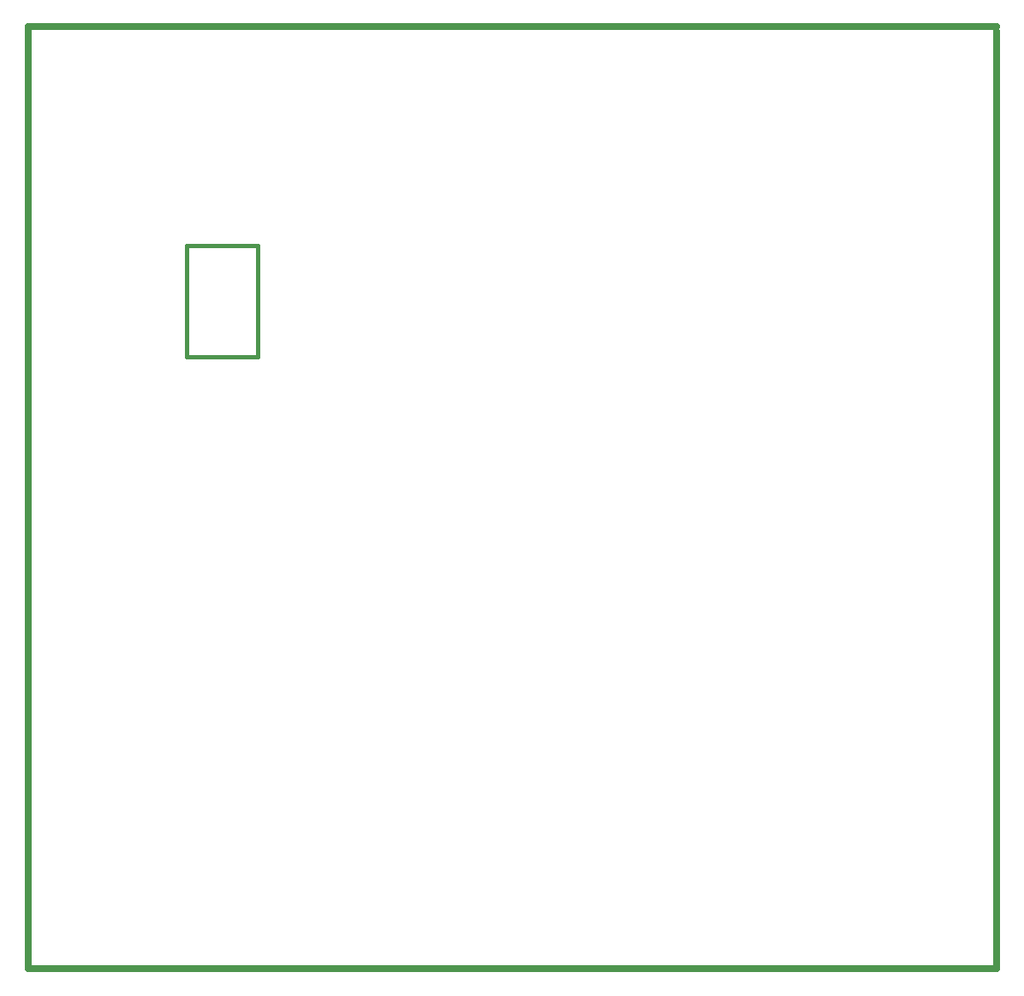
<source format=gbr>
%TF.GenerationSoftware,KiCad,Pcbnew,(5.1.9)-1*%
%TF.CreationDate,2021-09-03T15:16:11+00:00*%
%TF.ProjectId,CZTBoardV3,435a5442-6f61-4726-9456-332e6b696361,rev?*%
%TF.SameCoordinates,Original*%
%TF.FileFunction,Profile,NP*%
%FSLAX46Y46*%
G04 Gerber Fmt 4.6, Leading zero omitted, Abs format (unit mm)*
G04 Created by KiCad (PCBNEW (5.1.9)-1) date 2021-09-03 15:16:11*
%MOMM*%
%LPD*%
G01*
G04 APERTURE LIST*
%TA.AperFunction,Profile*%
%ADD10C,0.700000*%
%TD*%
%TA.AperFunction,Profile*%
%ADD11C,0.050000*%
%TD*%
%TA.AperFunction,Profile*%
%ADD12C,0.400000*%
%TD*%
G04 APERTURE END LIST*
D10*
X112370000Y-66150000D02*
X208060000Y-66150000D01*
X112290000Y-159300000D02*
X112290000Y-66150000D01*
X207860000Y-159360000D02*
X112290000Y-159360000D01*
X208060000Y-66650000D02*
X208060000Y-159360000D01*
D11*
%TO.C,U1*%
X128020000Y-98780000D02*
X128020000Y-98790000D01*
D12*
X128020000Y-87790000D02*
X128020000Y-98780000D01*
X135020000Y-87780000D02*
X135020000Y-98780000D01*
X135020000Y-98780000D02*
X128020000Y-98780000D01*
X135020000Y-87780000D02*
X128020000Y-87780000D01*
%TD*%
M02*

</source>
